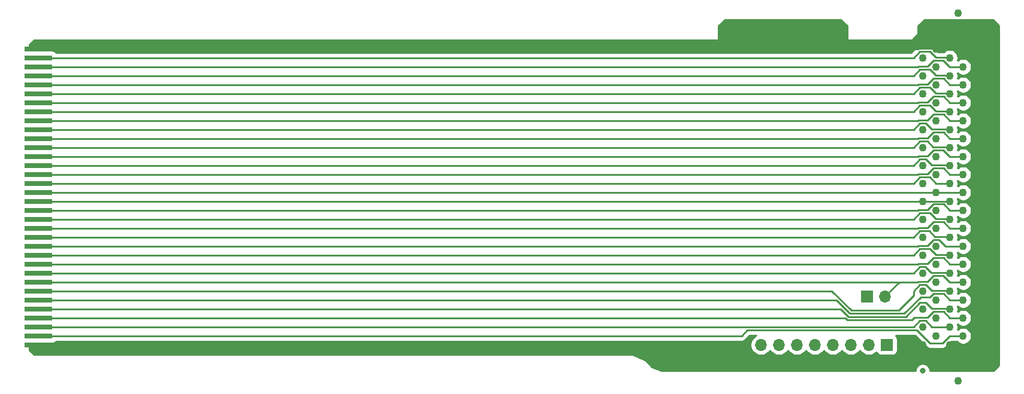
<source format=gbr>
%TF.GenerationSoftware,KiCad,Pcbnew,(5.1.10)-1*%
%TF.CreationDate,2021-12-05T17:06:37+00:00*%
%TF.ProjectId,devboard,64657662-6f61-4726-942e-6b696361645f,rev?*%
%TF.SameCoordinates,Original*%
%TF.FileFunction,Copper,L2,Bot*%
%TF.FilePolarity,Positive*%
%FSLAX46Y46*%
G04 Gerber Fmt 4.6, Leading zero omitted, Abs format (unit mm)*
G04 Created by KiCad (PCBNEW (5.1.10)-1) date 2021-12-05 17:06:37*
%MOMM*%
%LPD*%
G01*
G04 APERTURE LIST*
%TA.AperFunction,ComponentPad*%
%ADD10C,1.100000*%
%TD*%
%TA.AperFunction,ComponentPad*%
%ADD11O,1.700000X1.700000*%
%TD*%
%TA.AperFunction,ComponentPad*%
%ADD12R,1.700000X1.700000*%
%TD*%
%TA.AperFunction,SMDPad,CuDef*%
%ADD13R,4.000000X0.800000*%
%TD*%
%TA.AperFunction,ViaPad*%
%ADD14C,0.800000*%
%TD*%
%TA.AperFunction,Conductor*%
%ADD15C,0.250000*%
%TD*%
%TA.AperFunction,Conductor*%
%ADD16C,0.254000*%
%TD*%
%TA.AperFunction,Conductor*%
%ADD17C,0.100000*%
%TD*%
G04 APERTURE END LIST*
D10*
%TO.P,J2,MH2*%
%TO.N,N/C*%
X209231000Y-109347000D03*
%TO.P,J2,MH1*%
X209231000Y-57277000D03*
%TO.P,J2,68*%
%TO.N,GND*%
X209931000Y-62357000D03*
%TO.P,J2,67*%
%TO.N,/CD2*%
X208026000Y-63627000D03*
%TO.P,J2,66*%
%TO.N,/D10*%
X209931000Y-64897000D03*
%TO.P,J2,65*%
%TO.N,/D9*%
X208026000Y-66167000D03*
%TO.P,J2,64*%
%TO.N,/D8*%
X209931000Y-67437000D03*
%TO.P,J2,63*%
%TO.N,/STSHG*%
X208026000Y-68707000D03*
%TO.P,J2,62*%
%TO.N,/SPKR*%
X209931000Y-69977000D03*
%TO.P,J2,61*%
%TO.N,/REG*%
X208026000Y-71247000D03*
%TO.P,J2,60*%
%TO.N,/INPACK*%
X209931000Y-72517000D03*
%TO.P,J2,59*%
%TO.N,/WAIT*%
X208026000Y-73787000D03*
%TO.P,J2,58*%
%TO.N,/RESET*%
X209931000Y-75057000D03*
%TO.P,J2,57*%
%TO.N,/VS2*%
X208026000Y-76327000D03*
%TO.P,J2,56*%
%TO.N,/A25*%
X209931000Y-77597000D03*
%TO.P,J2,55*%
%TO.N,/A24*%
X208026000Y-78867000D03*
%TO.P,J2,54*%
%TO.N,/A23*%
X209931000Y-80137000D03*
%TO.P,J2,53*%
%TO.N,/A22*%
X208026000Y-81407000D03*
%TO.P,J2,52*%
%TO.N,/VPP*%
X209931000Y-82677000D03*
%TO.P,J2,51*%
%TO.N,/VCC*%
X208026000Y-83947000D03*
%TO.P,J2,50*%
%TO.N,/A21*%
X209931000Y-85217000D03*
%TO.P,J2,49*%
%TO.N,/A20*%
X208026000Y-86487000D03*
%TO.P,J2,48*%
%TO.N,/A19*%
X209931000Y-87757000D03*
%TO.P,J2,47*%
%TO.N,/A18*%
X208026000Y-89027000D03*
%TO.P,J2,46*%
%TO.N,/A17*%
X209931000Y-90297000D03*
%TO.P,J2,45*%
%TO.N,/IOWR*%
X208026000Y-91567000D03*
%TO.P,J2,44*%
%TO.N,/IORD*%
X209931000Y-92837000D03*
%TO.P,J2,43*%
%TO.N,/VS1*%
X208026000Y-94107000D03*
%TO.P,J2,42*%
%TO.N,/CE2*%
X209931000Y-95377000D03*
%TO.P,J2,41*%
%TO.N,/D15*%
X208026000Y-96647000D03*
%TO.P,J2,40*%
%TO.N,/D14*%
X209931000Y-97917000D03*
%TO.P,J2,39*%
%TO.N,/D13*%
X208026000Y-99187000D03*
%TO.P,J2,38*%
%TO.N,/D12*%
X209931000Y-100457000D03*
%TO.P,J2,37*%
%TO.N,/D11*%
X208026000Y-101727000D03*
%TO.P,J2,36*%
%TO.N,/CD1*%
X209931000Y-102997000D03*
%TO.P,J2,35*%
%TO.N,GND*%
X208026000Y-104267000D03*
%TO.P,J2,34*%
X206122000Y-62357000D03*
%TO.P,J2,33*%
%TO.N,/IOIS16*%
X204216000Y-63627000D03*
%TO.P,J2,32*%
%TO.N,/D2*%
X206122000Y-64897000D03*
%TO.P,J2,31*%
%TO.N,/D1*%
X204216000Y-66167000D03*
%TO.P,J2,30*%
%TO.N,/D0*%
X206122000Y-67437000D03*
%TO.P,J2,29*%
%TO.N,/A0*%
X204216000Y-68707000D03*
%TO.P,J2,28*%
%TO.N,/A1*%
X206122000Y-69977000D03*
%TO.P,J2,27*%
%TO.N,/A2*%
X204216000Y-71247000D03*
%TO.P,J2,26*%
%TO.N,/A3*%
X206122000Y-72517000D03*
%TO.P,J2,25*%
%TO.N,/A4*%
X204216000Y-73787000D03*
%TO.P,J2,24*%
%TO.N,/A5*%
X206122000Y-75057000D03*
%TO.P,J2,23*%
%TO.N,/A6*%
X204216000Y-76327000D03*
%TO.P,J2,22*%
%TO.N,/A7*%
X206122000Y-77597000D03*
%TO.P,J2,21*%
%TO.N,/A12*%
X204216000Y-78867000D03*
%TO.P,J2,20*%
%TO.N,/A15*%
X206122000Y-80137000D03*
%TO.P,J2,19*%
%TO.N,/A16*%
X204216000Y-81407000D03*
%TO.P,J2,18*%
%TO.N,/VPP*%
X206122000Y-82677000D03*
%TO.P,J2,17*%
%TO.N,/VCC*%
X204216000Y-83947000D03*
%TO.P,J2,16*%
%TO.N,/IREQ*%
X206122000Y-85217000D03*
%TO.P,J2,15*%
%TO.N,/WE*%
X204216000Y-86487000D03*
%TO.P,J2,14*%
%TO.N,/A14*%
X206122000Y-87757000D03*
%TO.P,J2,13*%
%TO.N,/A13*%
X204216000Y-89027000D03*
%TO.P,J2,12*%
%TO.N,/A8*%
X206122000Y-90297000D03*
%TO.P,J2,11*%
%TO.N,/A9*%
X204216000Y-91567000D03*
%TO.P,J2,10*%
%TO.N,/A11*%
X206122000Y-92837000D03*
%TO.P,J2,9*%
%TO.N,/OE*%
X204216000Y-94107000D03*
%TO.P,J2,8*%
%TO.N,/A10*%
X206122000Y-95377000D03*
%TO.P,J2,7*%
%TO.N,/CE1*%
X204216000Y-96647000D03*
%TO.P,J2,6*%
%TO.N,/D7*%
X206122000Y-97917000D03*
%TO.P,J2,5*%
%TO.N,/D6*%
X204216000Y-99187000D03*
%TO.P,J2,4*%
%TO.N,/D5*%
X206122000Y-100457000D03*
%TO.P,J2,3*%
%TO.N,/D4*%
X204216000Y-101727000D03*
%TO.P,J2,2*%
%TO.N,/D3*%
X206122000Y-102997000D03*
%TO.P,J2,1*%
%TO.N,GND*%
X204216000Y-104267000D03*
%TD*%
D11*
%TO.P,J7,4*%
%TO.N,GND*%
X181356000Y-59944000D03*
%TO.P,J7,3*%
X183896000Y-59944000D03*
%TO.P,J7,2*%
X186436000Y-59944000D03*
D12*
%TO.P,J7,1*%
X188976000Y-59944000D03*
%TD*%
D11*
%TO.P,J6,2*%
%TO.N,/CE2*%
X198882000Y-97409000D03*
D12*
%TO.P,J6,1*%
%TO.N,/CE1*%
X196342000Y-97409000D03*
%TD*%
D11*
%TO.P,J3,8*%
%TO.N,/D7*%
X181356000Y-104267000D03*
%TO.P,J3,7*%
%TO.N,/D6*%
X183896000Y-104267000D03*
%TO.P,J3,6*%
%TO.N,/D5*%
X186436000Y-104267000D03*
%TO.P,J3,5*%
%TO.N,/D4*%
X188976000Y-104267000D03*
%TO.P,J3,4*%
%TO.N,/D3*%
X191516000Y-104267000D03*
%TO.P,J3,3*%
%TO.N,/D2*%
X194056000Y-104267000D03*
%TO.P,J3,2*%
%TO.N,/D1*%
X196596000Y-104267000D03*
D12*
%TO.P,J3,1*%
%TO.N,/D0*%
X199136000Y-104267000D03*
%TD*%
D13*
%TO.P,J1,35*%
%TO.N,GND*%
X79280000Y-104262000D03*
%TO.P,J1,36*%
%TO.N,/CD1*%
X79280000Y-102992000D03*
%TO.P,J1,37*%
%TO.N,/D11*%
X79280000Y-101722000D03*
%TO.P,J1,38*%
%TO.N,/D12*%
X79280000Y-100452000D03*
%TO.P,J1,39*%
%TO.N,/D13*%
X79280000Y-99182000D03*
%TO.P,J1,40*%
%TO.N,/D14*%
X79280000Y-97912000D03*
%TO.P,J1,41*%
%TO.N,/D15*%
X79280000Y-96642000D03*
%TO.P,J1,42*%
%TO.N,/CE2*%
X79280000Y-95372000D03*
%TO.P,J1,43*%
%TO.N,/VS1*%
X79280000Y-94102000D03*
%TO.P,J1,44*%
%TO.N,/IORD*%
X79280000Y-92832000D03*
%TO.P,J1,45*%
%TO.N,/IOWR*%
X79280000Y-91562000D03*
%TO.P,J1,46*%
%TO.N,/A17*%
X79280000Y-90292000D03*
%TO.P,J1,47*%
%TO.N,/A18*%
X79280000Y-89022000D03*
%TO.P,J1,48*%
%TO.N,/A19*%
X79280000Y-87752000D03*
%TO.P,J1,49*%
%TO.N,/A20*%
X79280000Y-86482000D03*
%TO.P,J1,50*%
%TO.N,/A21*%
X79280000Y-85212000D03*
%TO.P,J1,51*%
%TO.N,/VCC*%
X79280000Y-83942000D03*
%TO.P,J1,52*%
%TO.N,/VPP*%
X79280000Y-82672000D03*
%TO.P,J1,53*%
%TO.N,/A22*%
X79280000Y-81402000D03*
%TO.P,J1,54*%
%TO.N,/A23*%
X79280000Y-80132000D03*
%TO.P,J1,55*%
%TO.N,/A24*%
X79280000Y-78862000D03*
%TO.P,J1,56*%
%TO.N,/A25*%
X79280000Y-77592000D03*
%TO.P,J1,57*%
%TO.N,/VS2*%
X79280000Y-76322000D03*
%TO.P,J1,58*%
%TO.N,/RESET*%
X79280000Y-75052000D03*
%TO.P,J1,59*%
%TO.N,/WAIT*%
X79280000Y-73782000D03*
%TO.P,J1,60*%
%TO.N,/INPACK*%
X79280000Y-72512000D03*
%TO.P,J1,61*%
%TO.N,/REG*%
X79280000Y-71242000D03*
%TO.P,J1,62*%
%TO.N,/SPKR*%
X79280000Y-69972000D03*
%TO.P,J1,63*%
%TO.N,/STSHG*%
X79280000Y-68702000D03*
%TO.P,J1,64*%
%TO.N,/D8*%
X79280000Y-67432000D03*
%TO.P,J1,65*%
%TO.N,/D9*%
X79280000Y-66162000D03*
%TO.P,J1,66*%
%TO.N,/D10*%
X79280000Y-64892000D03*
%TO.P,J1,67*%
%TO.N,/CD2*%
X79280000Y-63622000D03*
%TO.P,J1,68*%
%TO.N,GND*%
X79280000Y-62352000D03*
%TD*%
D14*
%TO.N,GND*%
X164211000Y-104267000D03*
X173360000Y-104262000D03*
X82677000Y-61595000D03*
X82677000Y-105156000D03*
X213741000Y-105156000D03*
X213741000Y-61595000D03*
X138811000Y-105283000D03*
X138811000Y-61722000D03*
X192786000Y-107061000D03*
%TO.N,/GND*%
X204216000Y-107950000D03*
%TO.N,GND*%
X204724000Y-59436000D03*
%TD*%
D15*
%TO.N,GND*%
X206066989Y-62301989D02*
X206122000Y-62357000D01*
X203609599Y-62301989D02*
X206066989Y-62301989D01*
X203559588Y-62352000D02*
X203609599Y-62301989D01*
X79280000Y-62352000D02*
X203559588Y-62352000D01*
X202112990Y-106370010D02*
X204216000Y-104267000D01*
X175468010Y-106370010D02*
X202112990Y-106370010D01*
X173365000Y-104267000D02*
X173487000Y-104389000D01*
X164211000Y-104267000D02*
X173365000Y-104267000D01*
X173487000Y-104389000D02*
X175468010Y-106370010D01*
X173360000Y-104262000D02*
X173360000Y-104262000D01*
X173360000Y-104262000D02*
X173487000Y-104389000D01*
X79285000Y-104267000D02*
X79280000Y-104262000D01*
X164211000Y-104267000D02*
X79285000Y-104267000D01*
%TO.N,/VCC*%
X207970989Y-83891989D02*
X208026000Y-83947000D01*
X79280000Y-83942000D02*
X81530000Y-83942000D01*
X81580011Y-83947000D02*
X207970989Y-83947000D01*
%TO.N,/VPP*%
X209926000Y-82672000D02*
X209931000Y-82677000D01*
X79280000Y-82672000D02*
X209926000Y-82672000D01*
%TO.N,/CD1*%
X208000998Y-102997000D02*
X209931000Y-102997000D01*
X205257002Y-104013000D02*
X206984998Y-104013000D01*
X203407992Y-102163990D02*
X205257002Y-104013000D01*
X179443374Y-102163990D02*
X203407992Y-102163990D01*
X206984998Y-104013000D02*
X208000998Y-102997000D01*
X178615364Y-102992000D02*
X179443374Y-102163990D01*
X79280000Y-102992000D02*
X178615364Y-102992000D01*
%TO.N,/D11*%
X176035020Y-101713980D02*
X176027000Y-101722000D01*
X202934018Y-101713980D02*
X176035020Y-101713980D01*
X204636001Y-100851999D02*
X203795999Y-100851999D01*
X205511002Y-101727000D02*
X204636001Y-100851999D01*
X203795999Y-100851999D02*
X202934018Y-101713980D01*
X208026000Y-101727000D02*
X205511002Y-101727000D01*
X79280000Y-101722000D02*
X176027000Y-101722000D01*
%TO.N,/D12*%
X208026000Y-100457000D02*
X209931000Y-100457000D01*
X205701999Y-99581999D02*
X207150999Y-99581999D01*
X204882009Y-100401989D02*
X205701999Y-99581999D01*
X202665140Y-100735040D02*
X202998191Y-100401989D01*
X207150999Y-99581999D02*
X208026000Y-100457000D01*
X202998191Y-100401989D02*
X204882009Y-100401989D01*
X193557788Y-100735040D02*
X202665140Y-100735040D01*
X193274748Y-100452000D02*
X193557788Y-100735040D01*
X79280000Y-100452000D02*
X193274748Y-100452000D01*
%TO.N,/D13*%
X205455991Y-99131989D02*
X207970989Y-99131989D01*
X204636001Y-98311999D02*
X205455991Y-99131989D01*
X201822968Y-100285030D02*
X203795999Y-98311999D01*
X207970989Y-99131989D02*
X208026000Y-99187000D01*
X193744188Y-100285030D02*
X201822968Y-100285030D01*
X192641158Y-99182000D02*
X193744188Y-100285030D01*
X203795999Y-98311999D02*
X204636001Y-98311999D01*
X79280000Y-99182000D02*
X192641158Y-99182000D01*
%TO.N,/D14*%
X208026000Y-97917000D02*
X209931000Y-97917000D01*
X205219999Y-97523999D02*
X205701999Y-97041999D01*
X205701999Y-97041999D02*
X207150999Y-97041999D01*
X203947589Y-97523999D02*
X205219999Y-97523999D01*
X79121000Y-97917000D02*
X192012568Y-97917000D01*
X207150999Y-97041999D02*
X208026000Y-97917000D01*
X201636568Y-99835020D02*
X203947589Y-97523999D01*
X79280000Y-97912000D02*
X79330011Y-97861989D01*
X194677980Y-99835020D02*
X193930588Y-99835020D01*
X193930588Y-99835020D02*
X192012568Y-97917000D01*
X194194610Y-99835020D02*
X194677980Y-99835020D01*
X194677980Y-99835020D02*
X201636568Y-99835020D01*
%TO.N,/D15*%
X191384000Y-96642000D02*
X79280000Y-96642000D01*
X191384000Y-96652022D02*
X191384000Y-96642000D01*
X202925998Y-96642000D02*
X202925998Y-97253638D01*
X203795999Y-95771999D02*
X202925998Y-96642000D01*
X202925998Y-97253638D02*
X200794626Y-99385010D01*
X204636001Y-95771999D02*
X203795999Y-95771999D01*
X205455991Y-96591989D02*
X204636001Y-95771999D01*
X200794626Y-99385010D02*
X194116988Y-99385010D01*
X207970989Y-96591989D02*
X205455991Y-96591989D01*
X194116988Y-99385010D02*
X191384000Y-96652022D01*
X208026000Y-96647000D02*
X207970989Y-96591989D01*
%TO.N,/CE2*%
X79280000Y-95372000D02*
X81530000Y-95372000D01*
X198826990Y-97464010D02*
X200914000Y-95377000D01*
X208661000Y-95377000D02*
X209931000Y-95377000D01*
X207125997Y-94501999D02*
X208000998Y-95377000D01*
X208000998Y-95377000D02*
X208661000Y-95377000D01*
X205742979Y-94501999D02*
X207125997Y-94501999D01*
X204922989Y-95321989D02*
X205742979Y-94501999D01*
X203609599Y-95321989D02*
X204922989Y-95321989D01*
X203554588Y-95377000D02*
X203609599Y-95321989D01*
X81580010Y-95377000D02*
X203554588Y-95377000D01*
%TO.N,/VS1*%
X207970990Y-94051990D02*
X208026000Y-94107000D01*
X205416991Y-94051990D02*
X207970990Y-94051990D01*
X204597000Y-93231999D02*
X205416991Y-94051990D01*
X203795999Y-93231999D02*
X204597000Y-93231999D01*
X202925998Y-94102000D02*
X203795999Y-93231999D01*
X79280000Y-94102000D02*
X202925998Y-94102000D01*
%TO.N,/IORD*%
X208026000Y-92837000D02*
X209931000Y-92837000D01*
X204882009Y-92781989D02*
X205701999Y-91961999D01*
X207150999Y-91961999D02*
X208026000Y-92837000D01*
X205701999Y-91961999D02*
X207150999Y-91961999D01*
X79280000Y-92832000D02*
X81530000Y-92832000D01*
X203609599Y-92781989D02*
X204882009Y-92781989D01*
X203554588Y-92837000D02*
X203609599Y-92781989D01*
X202438000Y-92837000D02*
X203554588Y-92837000D01*
X81580011Y-92837000D02*
X202438000Y-92837000D01*
%TO.N,/IOWR*%
X79280000Y-91562000D02*
X202925998Y-91562000D01*
X206066989Y-91511989D02*
X207970989Y-91511989D01*
X202925998Y-91562000D02*
X203795999Y-90691999D01*
X203795999Y-90691999D02*
X205246999Y-90691999D01*
X205246999Y-90691999D02*
X206066989Y-91511989D01*
X207970989Y-91511989D02*
X208026000Y-91567000D01*
%TO.N,/A17*%
X206542001Y-89421999D02*
X207417002Y-90297000D01*
X205701999Y-89421999D02*
X206542001Y-89421999D01*
X207417002Y-90297000D02*
X209931000Y-90297000D01*
X204882009Y-90241989D02*
X205701999Y-89421999D01*
X79280000Y-90292000D02*
X81530000Y-90292000D01*
X203609599Y-90241989D02*
X204882009Y-90241989D01*
X203554588Y-90297000D02*
X203609599Y-90241989D01*
X202184000Y-90297000D02*
X203554588Y-90297000D01*
X81580011Y-90297000D02*
X202184000Y-90297000D01*
%TO.N,/A18*%
X79280000Y-89022000D02*
X202925998Y-89022000D01*
X202925998Y-89022000D02*
X203795999Y-88151999D01*
X207970989Y-88971989D02*
X208026000Y-89027000D01*
X205938989Y-88971989D02*
X207970989Y-88971989D01*
X205118999Y-88151999D02*
X205938989Y-88971989D01*
X203795999Y-88151999D02*
X205118999Y-88151999D01*
%TO.N,/A19*%
X79280000Y-87752000D02*
X79330011Y-87701989D01*
X208026000Y-87757000D02*
X209931000Y-87757000D01*
X205701999Y-86881999D02*
X207150999Y-86881999D01*
X207150999Y-86881999D02*
X208026000Y-87757000D01*
X204882009Y-87701989D02*
X205701999Y-86881999D01*
X203609599Y-87701989D02*
X204882009Y-87701989D01*
X203559588Y-87752000D02*
X203609599Y-87701989D01*
X79375000Y-87752000D02*
X203559588Y-87752000D01*
%TO.N,/A20*%
X206041987Y-86431989D02*
X207970989Y-86431989D01*
X205221997Y-85611999D02*
X206041987Y-86431989D01*
X203795999Y-85611999D02*
X205221997Y-85611999D01*
X207970989Y-86431989D02*
X208026000Y-86487000D01*
X202925998Y-86482000D02*
X203795999Y-85611999D01*
X79280000Y-86482000D02*
X202925998Y-86482000D01*
%TO.N,/A21*%
X208026000Y-85217000D02*
X209931000Y-85217000D01*
X207150999Y-84341999D02*
X208026000Y-85217000D01*
X204882009Y-85161989D02*
X205701999Y-84341999D01*
X205701999Y-84341999D02*
X207150999Y-84341999D01*
X203559588Y-85212000D02*
X203609599Y-85161989D01*
X203609599Y-85161989D02*
X204882009Y-85161989D01*
X79280000Y-85212000D02*
X203559588Y-85212000D01*
%TO.N,/A22*%
X206122000Y-81407000D02*
X208026000Y-81407000D01*
X205246999Y-80531999D02*
X206122000Y-81407000D01*
X203795999Y-80531999D02*
X205246999Y-80531999D01*
X202925998Y-81402000D02*
X203795999Y-80531999D01*
X79280000Y-81402000D02*
X202925998Y-81402000D01*
%TO.N,/A23*%
X81530000Y-80132000D02*
X79280000Y-80132000D01*
X81652000Y-80137000D02*
X82296000Y-80137000D01*
X79285000Y-80137000D02*
X79280000Y-80132000D01*
X82296000Y-80137000D02*
X79285000Y-80137000D01*
X208026000Y-80137000D02*
X209931000Y-80137000D01*
X207150999Y-79261999D02*
X208026000Y-80137000D01*
X204882009Y-80081989D02*
X205701999Y-79261999D01*
X203609599Y-80081989D02*
X204882009Y-80081989D01*
X205701999Y-79261999D02*
X207150999Y-79261999D01*
X203554588Y-80137000D02*
X203609599Y-80081989D01*
X82296000Y-80137000D02*
X203554588Y-80137000D01*
%TO.N,/A24*%
X207970990Y-78811990D02*
X208026000Y-78867000D01*
X204636001Y-77991999D02*
X205455992Y-78811990D01*
X203795999Y-77991999D02*
X204636001Y-77991999D01*
X205455992Y-78811990D02*
X207970990Y-78811990D01*
X202925998Y-78862000D02*
X203795999Y-77991999D01*
X79280000Y-78862000D02*
X202925998Y-78862000D01*
%TO.N,/A25*%
X207111998Y-76708000D02*
X208000998Y-77597000D01*
X205741000Y-76708000D02*
X207111998Y-76708000D01*
X208000998Y-77597000D02*
X209931000Y-77597000D01*
X204907011Y-77541989D02*
X205741000Y-76708000D01*
X203609599Y-77541989D02*
X204907011Y-77541989D01*
X203559588Y-77592000D02*
X203609599Y-77541989D01*
X79280000Y-77592000D02*
X203559588Y-77592000D01*
%TO.N,/VS2*%
X207956990Y-76257990D02*
X208026000Y-76327000D01*
X204864999Y-75451999D02*
X205670990Y-76257990D01*
X205670990Y-76257990D02*
X207956990Y-76257990D01*
X203795999Y-75451999D02*
X204864999Y-75451999D01*
X202925998Y-76322000D02*
X203795999Y-75451999D01*
X79280000Y-76322000D02*
X202925998Y-76322000D01*
%TO.N,/RESET*%
X208026000Y-75057000D02*
X209931000Y-75057000D01*
X207150999Y-74181999D02*
X208026000Y-75057000D01*
X205701999Y-74181999D02*
X207150999Y-74181999D01*
X204882009Y-75001989D02*
X205701999Y-74181999D01*
X79280000Y-75052000D02*
X79330011Y-75001989D01*
X204882009Y-75001989D02*
X205600999Y-74282999D01*
X203609599Y-75001989D02*
X204882009Y-75001989D01*
X203554588Y-75057000D02*
X203609599Y-75001989D01*
X202946000Y-75057000D02*
X203554588Y-75057000D01*
X79330011Y-75057000D02*
X202946000Y-75057000D01*
%TO.N,/WAIT*%
X207970989Y-73731989D02*
X208026000Y-73787000D01*
X205455991Y-73731989D02*
X207970989Y-73731989D01*
X204636001Y-72911999D02*
X205455991Y-73731989D01*
X203795999Y-72911999D02*
X204636001Y-72911999D01*
X202925998Y-73782000D02*
X203795999Y-72911999D01*
X79280000Y-73782000D02*
X202925998Y-73782000D01*
%TO.N,/INPACK*%
X208026000Y-72517000D02*
X209931000Y-72517000D01*
X205701999Y-71641999D02*
X207150999Y-71641999D01*
X204882009Y-72461989D02*
X205701999Y-71641999D01*
X203609599Y-72461989D02*
X204882009Y-72461989D01*
X203559588Y-72512000D02*
X203609599Y-72461989D01*
X207150999Y-71641999D02*
X208026000Y-72517000D01*
X79280000Y-72512000D02*
X203559588Y-72512000D01*
%TO.N,/REG*%
X207970989Y-71191989D02*
X208026000Y-71247000D01*
X206066989Y-71191989D02*
X207970989Y-71191989D01*
X205246999Y-70371999D02*
X206066989Y-71191989D01*
X203795999Y-70371999D02*
X205246999Y-70371999D01*
X202925998Y-71242000D02*
X203795999Y-70371999D01*
X79280000Y-71242000D02*
X202925998Y-71242000D01*
%TO.N,/SPKR*%
X208026000Y-69977000D02*
X209931000Y-69977000D01*
X207150999Y-69101999D02*
X208026000Y-69977000D01*
X205701999Y-69101999D02*
X207150999Y-69101999D01*
X204882009Y-69921989D02*
X205701999Y-69101999D01*
X203609599Y-69921989D02*
X204882009Y-69921989D01*
X203559588Y-69972000D02*
X203609599Y-69921989D01*
X79280000Y-69972000D02*
X203559588Y-69972000D01*
%TO.N,/STSHG*%
X207970989Y-68651989D02*
X208026000Y-68707000D01*
X206066989Y-68651989D02*
X207970989Y-68651989D01*
X205246999Y-67831999D02*
X206066989Y-68651989D01*
X203795999Y-67831999D02*
X205246999Y-67831999D01*
X202925998Y-68702000D02*
X203795999Y-67831999D01*
X79280000Y-68702000D02*
X202925998Y-68702000D01*
%TO.N,/D8*%
X208026000Y-67437000D02*
X209931000Y-67437000D01*
X207150999Y-66561999D02*
X208026000Y-67437000D01*
X205701999Y-66561999D02*
X207150999Y-66561999D01*
X204882009Y-67381989D02*
X205701999Y-66561999D01*
X203609599Y-67381989D02*
X204882009Y-67381989D01*
X203559588Y-67432000D02*
X203609599Y-67381989D01*
X79280000Y-67432000D02*
X203559588Y-67432000D01*
%TO.N,/D9*%
X207970989Y-66111989D02*
X208026000Y-66167000D01*
X206066989Y-66111989D02*
X207970989Y-66111989D01*
X205246999Y-65291999D02*
X206066989Y-66111989D01*
X203795999Y-65291999D02*
X205246999Y-65291999D01*
X202925998Y-66162000D02*
X203795999Y-65291999D01*
X79280000Y-66162000D02*
X202925998Y-66162000D01*
%TO.N,/D10*%
X207125997Y-64021999D02*
X208000998Y-64897000D01*
X208000998Y-64897000D02*
X209931000Y-64897000D01*
X205701999Y-64021999D02*
X207125997Y-64021999D01*
X204882009Y-64841989D02*
X205701999Y-64021999D01*
X203609599Y-64841989D02*
X204882009Y-64841989D01*
X203559588Y-64892000D02*
X203609599Y-64841989D01*
X79280000Y-64892000D02*
X203559588Y-64892000D01*
%TO.N,/CD2*%
X205246999Y-62751999D02*
X206066989Y-63571989D01*
X203795999Y-62751999D02*
X205246999Y-62751999D01*
X202925998Y-63622000D02*
X203795999Y-62751999D01*
X207970989Y-63571989D02*
X208026000Y-63627000D01*
X206066989Y-63571989D02*
X207970989Y-63571989D01*
X79280000Y-63622000D02*
X202925998Y-63622000D01*
%TD*%
D16*
%TO.N,GND*%
X215011000Y-62012606D02*
X215011000Y-107151394D01*
X214237394Y-107925000D01*
X205251000Y-107925000D01*
X205251000Y-107848061D01*
X205211226Y-107648102D01*
X205133205Y-107459744D01*
X205019937Y-107290226D01*
X204875774Y-107146063D01*
X204706256Y-107032795D01*
X204517898Y-106954774D01*
X204317939Y-106915000D01*
X204114061Y-106915000D01*
X203914102Y-106954774D01*
X203725744Y-107032795D01*
X203556226Y-107146063D01*
X203412063Y-107290226D01*
X203298795Y-107459744D01*
X203220774Y-107648102D01*
X203181000Y-107848061D01*
X203181000Y-107925000D01*
X167282302Y-107925000D01*
X165988834Y-107389228D01*
X165007910Y-106408304D01*
X164988664Y-106392510D01*
X164966708Y-106380774D01*
X163259601Y-105673667D01*
X163235776Y-105666440D01*
X163211000Y-105664000D01*
X78649606Y-105664000D01*
X78003000Y-105017394D01*
X78003000Y-104030072D01*
X81280000Y-104030072D01*
X81404482Y-104017812D01*
X81524180Y-103981502D01*
X81634494Y-103922537D01*
X81731185Y-103843185D01*
X81806018Y-103752000D01*
X178578042Y-103752000D01*
X178615364Y-103755676D01*
X178652686Y-103752000D01*
X178652697Y-103752000D01*
X178764350Y-103741003D01*
X178907611Y-103697546D01*
X179039640Y-103626974D01*
X179155365Y-103532001D01*
X179179167Y-103502998D01*
X179758176Y-102923990D01*
X180717821Y-102923990D01*
X180652589Y-102951010D01*
X180409368Y-103113525D01*
X180202525Y-103320368D01*
X180040010Y-103563589D01*
X179928068Y-103833842D01*
X179871000Y-104120740D01*
X179871000Y-104413260D01*
X179928068Y-104700158D01*
X180040010Y-104970411D01*
X180202525Y-105213632D01*
X180409368Y-105420475D01*
X180652589Y-105582990D01*
X180922842Y-105694932D01*
X181209740Y-105752000D01*
X181502260Y-105752000D01*
X181789158Y-105694932D01*
X182059411Y-105582990D01*
X182302632Y-105420475D01*
X182509475Y-105213632D01*
X182626000Y-105039240D01*
X182742525Y-105213632D01*
X182949368Y-105420475D01*
X183192589Y-105582990D01*
X183462842Y-105694932D01*
X183749740Y-105752000D01*
X184042260Y-105752000D01*
X184329158Y-105694932D01*
X184599411Y-105582990D01*
X184842632Y-105420475D01*
X185049475Y-105213632D01*
X185166000Y-105039240D01*
X185282525Y-105213632D01*
X185489368Y-105420475D01*
X185732589Y-105582990D01*
X186002842Y-105694932D01*
X186289740Y-105752000D01*
X186582260Y-105752000D01*
X186869158Y-105694932D01*
X187139411Y-105582990D01*
X187382632Y-105420475D01*
X187589475Y-105213632D01*
X187706000Y-105039240D01*
X187822525Y-105213632D01*
X188029368Y-105420475D01*
X188272589Y-105582990D01*
X188542842Y-105694932D01*
X188829740Y-105752000D01*
X189122260Y-105752000D01*
X189409158Y-105694932D01*
X189679411Y-105582990D01*
X189922632Y-105420475D01*
X190129475Y-105213632D01*
X190246000Y-105039240D01*
X190362525Y-105213632D01*
X190569368Y-105420475D01*
X190812589Y-105582990D01*
X191082842Y-105694932D01*
X191369740Y-105752000D01*
X191662260Y-105752000D01*
X191949158Y-105694932D01*
X192219411Y-105582990D01*
X192462632Y-105420475D01*
X192669475Y-105213632D01*
X192786000Y-105039240D01*
X192902525Y-105213632D01*
X193109368Y-105420475D01*
X193352589Y-105582990D01*
X193622842Y-105694932D01*
X193909740Y-105752000D01*
X194202260Y-105752000D01*
X194489158Y-105694932D01*
X194759411Y-105582990D01*
X195002632Y-105420475D01*
X195209475Y-105213632D01*
X195326000Y-105039240D01*
X195442525Y-105213632D01*
X195649368Y-105420475D01*
X195892589Y-105582990D01*
X196162842Y-105694932D01*
X196449740Y-105752000D01*
X196742260Y-105752000D01*
X197029158Y-105694932D01*
X197299411Y-105582990D01*
X197542632Y-105420475D01*
X197674487Y-105288620D01*
X197696498Y-105361180D01*
X197755463Y-105471494D01*
X197834815Y-105568185D01*
X197931506Y-105647537D01*
X198041820Y-105706502D01*
X198161518Y-105742812D01*
X198286000Y-105755072D01*
X199986000Y-105755072D01*
X200110482Y-105742812D01*
X200230180Y-105706502D01*
X200340494Y-105647537D01*
X200437185Y-105568185D01*
X200516537Y-105471494D01*
X200575502Y-105361180D01*
X200611812Y-105241482D01*
X200624072Y-105117000D01*
X200624072Y-103417000D01*
X200611812Y-103292518D01*
X200575502Y-103172820D01*
X200516537Y-103062506D01*
X200437185Y-102965815D01*
X200386221Y-102923990D01*
X203093191Y-102923990D01*
X204693203Y-104524003D01*
X204717001Y-104553001D01*
X204745999Y-104576799D01*
X204832725Y-104647974D01*
X204930354Y-104700158D01*
X204964755Y-104718546D01*
X205108016Y-104762003D01*
X205219669Y-104773000D01*
X205219679Y-104773000D01*
X205257001Y-104776676D01*
X205294324Y-104773000D01*
X206947676Y-104773000D01*
X206984998Y-104776676D01*
X207022320Y-104773000D01*
X207022331Y-104773000D01*
X207133984Y-104762003D01*
X207277245Y-104718546D01*
X207409274Y-104647974D01*
X207524999Y-104553001D01*
X207548802Y-104523998D01*
X208315800Y-103757000D01*
X209015156Y-103757000D01*
X209175606Y-103917450D01*
X209369692Y-104047134D01*
X209585348Y-104136461D01*
X209814288Y-104182000D01*
X210047712Y-104182000D01*
X210276652Y-104136461D01*
X210492308Y-104047134D01*
X210686394Y-103917450D01*
X210851450Y-103752394D01*
X210981134Y-103558308D01*
X211070461Y-103342652D01*
X211116000Y-103113712D01*
X211116000Y-102880288D01*
X211070461Y-102651348D01*
X210981134Y-102435692D01*
X210851450Y-102241606D01*
X210686394Y-102076550D01*
X210492308Y-101946866D01*
X210276652Y-101857539D01*
X210047712Y-101812000D01*
X209814288Y-101812000D01*
X209585348Y-101857539D01*
X209369692Y-101946866D01*
X209175606Y-102076550D01*
X209155531Y-102096625D01*
X209165461Y-102072652D01*
X209211000Y-101843712D01*
X209211000Y-101610288D01*
X209165461Y-101381348D01*
X209155531Y-101357375D01*
X209175606Y-101377450D01*
X209369692Y-101507134D01*
X209585348Y-101596461D01*
X209814288Y-101642000D01*
X210047712Y-101642000D01*
X210276652Y-101596461D01*
X210492308Y-101507134D01*
X210686394Y-101377450D01*
X210851450Y-101212394D01*
X210981134Y-101018308D01*
X211070461Y-100802652D01*
X211116000Y-100573712D01*
X211116000Y-100340288D01*
X211070461Y-100111348D01*
X210981134Y-99895692D01*
X210851450Y-99701606D01*
X210686394Y-99536550D01*
X210492308Y-99406866D01*
X210276652Y-99317539D01*
X210047712Y-99272000D01*
X209814288Y-99272000D01*
X209585348Y-99317539D01*
X209369692Y-99406866D01*
X209175606Y-99536550D01*
X209155531Y-99556625D01*
X209165461Y-99532652D01*
X209211000Y-99303712D01*
X209211000Y-99070288D01*
X209165461Y-98841348D01*
X209155531Y-98817375D01*
X209175606Y-98837450D01*
X209369692Y-98967134D01*
X209585348Y-99056461D01*
X209814288Y-99102000D01*
X210047712Y-99102000D01*
X210276652Y-99056461D01*
X210492308Y-98967134D01*
X210686394Y-98837450D01*
X210851450Y-98672394D01*
X210981134Y-98478308D01*
X211070461Y-98262652D01*
X211116000Y-98033712D01*
X211116000Y-97800288D01*
X211070461Y-97571348D01*
X210981134Y-97355692D01*
X210851450Y-97161606D01*
X210686394Y-96996550D01*
X210492308Y-96866866D01*
X210276652Y-96777539D01*
X210047712Y-96732000D01*
X209814288Y-96732000D01*
X209585348Y-96777539D01*
X209369692Y-96866866D01*
X209175606Y-96996550D01*
X209155531Y-97016625D01*
X209165461Y-96992652D01*
X209211000Y-96763712D01*
X209211000Y-96530288D01*
X209165461Y-96301348D01*
X209155531Y-96277375D01*
X209175606Y-96297450D01*
X209369692Y-96427134D01*
X209585348Y-96516461D01*
X209814288Y-96562000D01*
X210047712Y-96562000D01*
X210276652Y-96516461D01*
X210492308Y-96427134D01*
X210686394Y-96297450D01*
X210851450Y-96132394D01*
X210981134Y-95938308D01*
X211070461Y-95722652D01*
X211116000Y-95493712D01*
X211116000Y-95260288D01*
X211070461Y-95031348D01*
X210981134Y-94815692D01*
X210851450Y-94621606D01*
X210686394Y-94456550D01*
X210492308Y-94326866D01*
X210276652Y-94237539D01*
X210047712Y-94192000D01*
X209814288Y-94192000D01*
X209585348Y-94237539D01*
X209369692Y-94326866D01*
X209175606Y-94456550D01*
X209155531Y-94476625D01*
X209165461Y-94452652D01*
X209211000Y-94223712D01*
X209211000Y-93990288D01*
X209165461Y-93761348D01*
X209155531Y-93737375D01*
X209175606Y-93757450D01*
X209369692Y-93887134D01*
X209585348Y-93976461D01*
X209814288Y-94022000D01*
X210047712Y-94022000D01*
X210276652Y-93976461D01*
X210492308Y-93887134D01*
X210686394Y-93757450D01*
X210851450Y-93592394D01*
X210981134Y-93398308D01*
X211070461Y-93182652D01*
X211116000Y-92953712D01*
X211116000Y-92720288D01*
X211070461Y-92491348D01*
X210981134Y-92275692D01*
X210851450Y-92081606D01*
X210686394Y-91916550D01*
X210492308Y-91786866D01*
X210276652Y-91697539D01*
X210047712Y-91652000D01*
X209814288Y-91652000D01*
X209585348Y-91697539D01*
X209369692Y-91786866D01*
X209175606Y-91916550D01*
X209155531Y-91936625D01*
X209165461Y-91912652D01*
X209211000Y-91683712D01*
X209211000Y-91450288D01*
X209165461Y-91221348D01*
X209155531Y-91197375D01*
X209175606Y-91217450D01*
X209369692Y-91347134D01*
X209585348Y-91436461D01*
X209814288Y-91482000D01*
X210047712Y-91482000D01*
X210276652Y-91436461D01*
X210492308Y-91347134D01*
X210686394Y-91217450D01*
X210851450Y-91052394D01*
X210981134Y-90858308D01*
X211070461Y-90642652D01*
X211116000Y-90413712D01*
X211116000Y-90180288D01*
X211070461Y-89951348D01*
X210981134Y-89735692D01*
X210851450Y-89541606D01*
X210686394Y-89376550D01*
X210492308Y-89246866D01*
X210276652Y-89157539D01*
X210047712Y-89112000D01*
X209814288Y-89112000D01*
X209585348Y-89157539D01*
X209369692Y-89246866D01*
X209175606Y-89376550D01*
X209155531Y-89396625D01*
X209165461Y-89372652D01*
X209211000Y-89143712D01*
X209211000Y-88910288D01*
X209165461Y-88681348D01*
X209155531Y-88657375D01*
X209175606Y-88677450D01*
X209369692Y-88807134D01*
X209585348Y-88896461D01*
X209814288Y-88942000D01*
X210047712Y-88942000D01*
X210276652Y-88896461D01*
X210492308Y-88807134D01*
X210686394Y-88677450D01*
X210851450Y-88512394D01*
X210981134Y-88318308D01*
X211070461Y-88102652D01*
X211116000Y-87873712D01*
X211116000Y-87640288D01*
X211070461Y-87411348D01*
X210981134Y-87195692D01*
X210851450Y-87001606D01*
X210686394Y-86836550D01*
X210492308Y-86706866D01*
X210276652Y-86617539D01*
X210047712Y-86572000D01*
X209814288Y-86572000D01*
X209585348Y-86617539D01*
X209369692Y-86706866D01*
X209175606Y-86836550D01*
X209155531Y-86856625D01*
X209165461Y-86832652D01*
X209211000Y-86603712D01*
X209211000Y-86370288D01*
X209165461Y-86141348D01*
X209155531Y-86117375D01*
X209175606Y-86137450D01*
X209369692Y-86267134D01*
X209585348Y-86356461D01*
X209814288Y-86402000D01*
X210047712Y-86402000D01*
X210276652Y-86356461D01*
X210492308Y-86267134D01*
X210686394Y-86137450D01*
X210851450Y-85972394D01*
X210981134Y-85778308D01*
X211070461Y-85562652D01*
X211116000Y-85333712D01*
X211116000Y-85100288D01*
X211070461Y-84871348D01*
X210981134Y-84655692D01*
X210851450Y-84461606D01*
X210686394Y-84296550D01*
X210492308Y-84166866D01*
X210276652Y-84077539D01*
X210047712Y-84032000D01*
X209814288Y-84032000D01*
X209585348Y-84077539D01*
X209369692Y-84166866D01*
X209175606Y-84296550D01*
X209155531Y-84316625D01*
X209165461Y-84292652D01*
X209211000Y-84063712D01*
X209211000Y-83830288D01*
X209165461Y-83601348D01*
X209155531Y-83577375D01*
X209175606Y-83597450D01*
X209369692Y-83727134D01*
X209585348Y-83816461D01*
X209814288Y-83862000D01*
X210047712Y-83862000D01*
X210276652Y-83816461D01*
X210492308Y-83727134D01*
X210686394Y-83597450D01*
X210851450Y-83432394D01*
X210981134Y-83238308D01*
X211070461Y-83022652D01*
X211116000Y-82793712D01*
X211116000Y-82560288D01*
X211070461Y-82331348D01*
X210981134Y-82115692D01*
X210851450Y-81921606D01*
X210686394Y-81756550D01*
X210492308Y-81626866D01*
X210276652Y-81537539D01*
X210047712Y-81492000D01*
X209814288Y-81492000D01*
X209585348Y-81537539D01*
X209369692Y-81626866D01*
X209175606Y-81756550D01*
X209155531Y-81776625D01*
X209165461Y-81752652D01*
X209211000Y-81523712D01*
X209211000Y-81290288D01*
X209165461Y-81061348D01*
X209155531Y-81037375D01*
X209175606Y-81057450D01*
X209369692Y-81187134D01*
X209585348Y-81276461D01*
X209814288Y-81322000D01*
X210047712Y-81322000D01*
X210276652Y-81276461D01*
X210492308Y-81187134D01*
X210686394Y-81057450D01*
X210851450Y-80892394D01*
X210981134Y-80698308D01*
X211070461Y-80482652D01*
X211116000Y-80253712D01*
X211116000Y-80020288D01*
X211070461Y-79791348D01*
X210981134Y-79575692D01*
X210851450Y-79381606D01*
X210686394Y-79216550D01*
X210492308Y-79086866D01*
X210276652Y-78997539D01*
X210047712Y-78952000D01*
X209814288Y-78952000D01*
X209585348Y-78997539D01*
X209369692Y-79086866D01*
X209175606Y-79216550D01*
X209155531Y-79236625D01*
X209165461Y-79212652D01*
X209211000Y-78983712D01*
X209211000Y-78750288D01*
X209165461Y-78521348D01*
X209155531Y-78497375D01*
X209175606Y-78517450D01*
X209369692Y-78647134D01*
X209585348Y-78736461D01*
X209814288Y-78782000D01*
X210047712Y-78782000D01*
X210276652Y-78736461D01*
X210492308Y-78647134D01*
X210686394Y-78517450D01*
X210851450Y-78352394D01*
X210981134Y-78158308D01*
X211070461Y-77942652D01*
X211116000Y-77713712D01*
X211116000Y-77480288D01*
X211070461Y-77251348D01*
X210981134Y-77035692D01*
X210851450Y-76841606D01*
X210686394Y-76676550D01*
X210492308Y-76546866D01*
X210276652Y-76457539D01*
X210047712Y-76412000D01*
X209814288Y-76412000D01*
X209585348Y-76457539D01*
X209369692Y-76546866D01*
X209175606Y-76676550D01*
X209155531Y-76696625D01*
X209165461Y-76672652D01*
X209211000Y-76443712D01*
X209211000Y-76210288D01*
X209165461Y-75981348D01*
X209155531Y-75957375D01*
X209175606Y-75977450D01*
X209369692Y-76107134D01*
X209585348Y-76196461D01*
X209814288Y-76242000D01*
X210047712Y-76242000D01*
X210276652Y-76196461D01*
X210492308Y-76107134D01*
X210686394Y-75977450D01*
X210851450Y-75812394D01*
X210981134Y-75618308D01*
X211070461Y-75402652D01*
X211116000Y-75173712D01*
X211116000Y-74940288D01*
X211070461Y-74711348D01*
X210981134Y-74495692D01*
X210851450Y-74301606D01*
X210686394Y-74136550D01*
X210492308Y-74006866D01*
X210276652Y-73917539D01*
X210047712Y-73872000D01*
X209814288Y-73872000D01*
X209585348Y-73917539D01*
X209369692Y-74006866D01*
X209175606Y-74136550D01*
X209155531Y-74156625D01*
X209165461Y-74132652D01*
X209211000Y-73903712D01*
X209211000Y-73670288D01*
X209165461Y-73441348D01*
X209155531Y-73417375D01*
X209175606Y-73437450D01*
X209369692Y-73567134D01*
X209585348Y-73656461D01*
X209814288Y-73702000D01*
X210047712Y-73702000D01*
X210276652Y-73656461D01*
X210492308Y-73567134D01*
X210686394Y-73437450D01*
X210851450Y-73272394D01*
X210981134Y-73078308D01*
X211070461Y-72862652D01*
X211116000Y-72633712D01*
X211116000Y-72400288D01*
X211070461Y-72171348D01*
X210981134Y-71955692D01*
X210851450Y-71761606D01*
X210686394Y-71596550D01*
X210492308Y-71466866D01*
X210276652Y-71377539D01*
X210047712Y-71332000D01*
X209814288Y-71332000D01*
X209585348Y-71377539D01*
X209369692Y-71466866D01*
X209175606Y-71596550D01*
X209155531Y-71616625D01*
X209165461Y-71592652D01*
X209211000Y-71363712D01*
X209211000Y-71130288D01*
X209165461Y-70901348D01*
X209155531Y-70877375D01*
X209175606Y-70897450D01*
X209369692Y-71027134D01*
X209585348Y-71116461D01*
X209814288Y-71162000D01*
X210047712Y-71162000D01*
X210276652Y-71116461D01*
X210492308Y-71027134D01*
X210686394Y-70897450D01*
X210851450Y-70732394D01*
X210981134Y-70538308D01*
X211070461Y-70322652D01*
X211116000Y-70093712D01*
X211116000Y-69860288D01*
X211070461Y-69631348D01*
X210981134Y-69415692D01*
X210851450Y-69221606D01*
X210686394Y-69056550D01*
X210492308Y-68926866D01*
X210276652Y-68837539D01*
X210047712Y-68792000D01*
X209814288Y-68792000D01*
X209585348Y-68837539D01*
X209369692Y-68926866D01*
X209175606Y-69056550D01*
X209155531Y-69076625D01*
X209165461Y-69052652D01*
X209211000Y-68823712D01*
X209211000Y-68590288D01*
X209165461Y-68361348D01*
X209155531Y-68337375D01*
X209175606Y-68357450D01*
X209369692Y-68487134D01*
X209585348Y-68576461D01*
X209814288Y-68622000D01*
X210047712Y-68622000D01*
X210276652Y-68576461D01*
X210492308Y-68487134D01*
X210686394Y-68357450D01*
X210851450Y-68192394D01*
X210981134Y-67998308D01*
X211070461Y-67782652D01*
X211116000Y-67553712D01*
X211116000Y-67320288D01*
X211070461Y-67091348D01*
X210981134Y-66875692D01*
X210851450Y-66681606D01*
X210686394Y-66516550D01*
X210492308Y-66386866D01*
X210276652Y-66297539D01*
X210047712Y-66252000D01*
X209814288Y-66252000D01*
X209585348Y-66297539D01*
X209369692Y-66386866D01*
X209175606Y-66516550D01*
X209155531Y-66536625D01*
X209165461Y-66512652D01*
X209211000Y-66283712D01*
X209211000Y-66050288D01*
X209165461Y-65821348D01*
X209155531Y-65797375D01*
X209175606Y-65817450D01*
X209369692Y-65947134D01*
X209585348Y-66036461D01*
X209814288Y-66082000D01*
X210047712Y-66082000D01*
X210276652Y-66036461D01*
X210492308Y-65947134D01*
X210686394Y-65817450D01*
X210851450Y-65652394D01*
X210981134Y-65458308D01*
X211070461Y-65242652D01*
X211116000Y-65013712D01*
X211116000Y-64780288D01*
X211070461Y-64551348D01*
X210981134Y-64335692D01*
X210851450Y-64141606D01*
X210686394Y-63976550D01*
X210492308Y-63846866D01*
X210276652Y-63757539D01*
X210047712Y-63712000D01*
X209814288Y-63712000D01*
X209585348Y-63757539D01*
X209369692Y-63846866D01*
X209175606Y-63976550D01*
X209155531Y-63996625D01*
X209165461Y-63972652D01*
X209211000Y-63743712D01*
X209211000Y-63510288D01*
X209165461Y-63281348D01*
X209076134Y-63065692D01*
X208946450Y-62871606D01*
X208781394Y-62706550D01*
X208587308Y-62576866D01*
X208371652Y-62487539D01*
X208142712Y-62442000D01*
X207909288Y-62442000D01*
X207680348Y-62487539D01*
X207464692Y-62576866D01*
X207270606Y-62706550D01*
X207165167Y-62811989D01*
X206381791Y-62811989D01*
X205810802Y-62241001D01*
X205787000Y-62211998D01*
X205671275Y-62117025D01*
X205539246Y-62046453D01*
X205395985Y-62002996D01*
X205284332Y-61991999D01*
X205284321Y-61991999D01*
X205246999Y-61988323D01*
X205209677Y-61991999D01*
X203833321Y-61991999D01*
X203795998Y-61988323D01*
X203758675Y-61991999D01*
X203758666Y-61991999D01*
X203647013Y-62002996D01*
X203503752Y-62046453D01*
X203371723Y-62117025D01*
X203255998Y-62211998D01*
X203232200Y-62240996D01*
X202611197Y-62862000D01*
X81806018Y-62862000D01*
X81731185Y-62770815D01*
X81634494Y-62691463D01*
X81524180Y-62632498D01*
X81404482Y-62596188D01*
X81280000Y-62583928D01*
X78003000Y-62583928D01*
X78003000Y-61733606D01*
X78649606Y-61087000D01*
X214085394Y-61087000D01*
X215011000Y-62012606D01*
%TA.AperFunction,Conductor*%
D17*
G36*
X215011000Y-62012606D02*
G01*
X215011000Y-107151394D01*
X214237394Y-107925000D01*
X205251000Y-107925000D01*
X205251000Y-107848061D01*
X205211226Y-107648102D01*
X205133205Y-107459744D01*
X205019937Y-107290226D01*
X204875774Y-107146063D01*
X204706256Y-107032795D01*
X204517898Y-106954774D01*
X204317939Y-106915000D01*
X204114061Y-106915000D01*
X203914102Y-106954774D01*
X203725744Y-107032795D01*
X203556226Y-107146063D01*
X203412063Y-107290226D01*
X203298795Y-107459744D01*
X203220774Y-107648102D01*
X203181000Y-107848061D01*
X203181000Y-107925000D01*
X167282302Y-107925000D01*
X165988834Y-107389228D01*
X165007910Y-106408304D01*
X164988664Y-106392510D01*
X164966708Y-106380774D01*
X163259601Y-105673667D01*
X163235776Y-105666440D01*
X163211000Y-105664000D01*
X78649606Y-105664000D01*
X78003000Y-105017394D01*
X78003000Y-104030072D01*
X81280000Y-104030072D01*
X81404482Y-104017812D01*
X81524180Y-103981502D01*
X81634494Y-103922537D01*
X81731185Y-103843185D01*
X81806018Y-103752000D01*
X178578042Y-103752000D01*
X178615364Y-103755676D01*
X178652686Y-103752000D01*
X178652697Y-103752000D01*
X178764350Y-103741003D01*
X178907611Y-103697546D01*
X179039640Y-103626974D01*
X179155365Y-103532001D01*
X179179167Y-103502998D01*
X179758176Y-102923990D01*
X180717821Y-102923990D01*
X180652589Y-102951010D01*
X180409368Y-103113525D01*
X180202525Y-103320368D01*
X180040010Y-103563589D01*
X179928068Y-103833842D01*
X179871000Y-104120740D01*
X179871000Y-104413260D01*
X179928068Y-104700158D01*
X180040010Y-104970411D01*
X180202525Y-105213632D01*
X180409368Y-105420475D01*
X180652589Y-105582990D01*
X180922842Y-105694932D01*
X181209740Y-105752000D01*
X181502260Y-105752000D01*
X181789158Y-105694932D01*
X182059411Y-105582990D01*
X182302632Y-105420475D01*
X182509475Y-105213632D01*
X182626000Y-105039240D01*
X182742525Y-105213632D01*
X182949368Y-105420475D01*
X183192589Y-105582990D01*
X183462842Y-105694932D01*
X183749740Y-105752000D01*
X184042260Y-105752000D01*
X184329158Y-105694932D01*
X184599411Y-105582990D01*
X184842632Y-105420475D01*
X185049475Y-105213632D01*
X185166000Y-105039240D01*
X185282525Y-105213632D01*
X185489368Y-105420475D01*
X185732589Y-105582990D01*
X186002842Y-105694932D01*
X186289740Y-105752000D01*
X186582260Y-105752000D01*
X186869158Y-105694932D01*
X187139411Y-105582990D01*
X187382632Y-105420475D01*
X187589475Y-105213632D01*
X187706000Y-105039240D01*
X187822525Y-105213632D01*
X188029368Y-105420475D01*
X188272589Y-105582990D01*
X188542842Y-105694932D01*
X188829740Y-105752000D01*
X189122260Y-105752000D01*
X189409158Y-105694932D01*
X189679411Y-105582990D01*
X189922632Y-105420475D01*
X190129475Y-105213632D01*
X190246000Y-105039240D01*
X190362525Y-105213632D01*
X190569368Y-105420475D01*
X190812589Y-105582990D01*
X191082842Y-105694932D01*
X191369740Y-105752000D01*
X191662260Y-105752000D01*
X191949158Y-105694932D01*
X192219411Y-105582990D01*
X192462632Y-105420475D01*
X192669475Y-105213632D01*
X192786000Y-105039240D01*
X192902525Y-105213632D01*
X193109368Y-105420475D01*
X193352589Y-105582990D01*
X193622842Y-105694932D01*
X193909740Y-105752000D01*
X194202260Y-105752000D01*
X194489158Y-105694932D01*
X194759411Y-105582990D01*
X195002632Y-105420475D01*
X195209475Y-105213632D01*
X195326000Y-105039240D01*
X195442525Y-105213632D01*
X195649368Y-105420475D01*
X195892589Y-105582990D01*
X196162842Y-105694932D01*
X196449740Y-105752000D01*
X196742260Y-105752000D01*
X197029158Y-105694932D01*
X197299411Y-105582990D01*
X197542632Y-105420475D01*
X197674487Y-105288620D01*
X197696498Y-105361180D01*
X197755463Y-105471494D01*
X197834815Y-105568185D01*
X197931506Y-105647537D01*
X198041820Y-105706502D01*
X198161518Y-105742812D01*
X198286000Y-105755072D01*
X199986000Y-105755072D01*
X200110482Y-105742812D01*
X200230180Y-105706502D01*
X200340494Y-105647537D01*
X200437185Y-105568185D01*
X200516537Y-105471494D01*
X200575502Y-105361180D01*
X200611812Y-105241482D01*
X200624072Y-105117000D01*
X200624072Y-103417000D01*
X200611812Y-103292518D01*
X200575502Y-103172820D01*
X200516537Y-103062506D01*
X200437185Y-102965815D01*
X200386221Y-102923990D01*
X203093191Y-102923990D01*
X204693203Y-104524003D01*
X204717001Y-104553001D01*
X204745999Y-104576799D01*
X204832725Y-104647974D01*
X204930354Y-104700158D01*
X204964755Y-104718546D01*
X205108016Y-104762003D01*
X205219669Y-104773000D01*
X205219679Y-104773000D01*
X205257001Y-104776676D01*
X205294324Y-104773000D01*
X206947676Y-104773000D01*
X206984998Y-104776676D01*
X207022320Y-104773000D01*
X207022331Y-104773000D01*
X207133984Y-104762003D01*
X207277245Y-104718546D01*
X207409274Y-104647974D01*
X207524999Y-104553001D01*
X207548802Y-104523998D01*
X208315800Y-103757000D01*
X209015156Y-103757000D01*
X209175606Y-103917450D01*
X209369692Y-104047134D01*
X209585348Y-104136461D01*
X209814288Y-104182000D01*
X210047712Y-104182000D01*
X210276652Y-104136461D01*
X210492308Y-104047134D01*
X210686394Y-103917450D01*
X210851450Y-103752394D01*
X210981134Y-103558308D01*
X211070461Y-103342652D01*
X211116000Y-103113712D01*
X211116000Y-102880288D01*
X211070461Y-102651348D01*
X210981134Y-102435692D01*
X210851450Y-102241606D01*
X210686394Y-102076550D01*
X210492308Y-101946866D01*
X210276652Y-101857539D01*
X210047712Y-101812000D01*
X209814288Y-101812000D01*
X209585348Y-101857539D01*
X209369692Y-101946866D01*
X209175606Y-102076550D01*
X209155531Y-102096625D01*
X209165461Y-102072652D01*
X209211000Y-101843712D01*
X209211000Y-101610288D01*
X209165461Y-101381348D01*
X209155531Y-101357375D01*
X209175606Y-101377450D01*
X209369692Y-101507134D01*
X209585348Y-101596461D01*
X209814288Y-101642000D01*
X210047712Y-101642000D01*
X210276652Y-101596461D01*
X210492308Y-101507134D01*
X210686394Y-101377450D01*
X210851450Y-101212394D01*
X210981134Y-101018308D01*
X211070461Y-100802652D01*
X211116000Y-100573712D01*
X211116000Y-100340288D01*
X211070461Y-100111348D01*
X210981134Y-99895692D01*
X210851450Y-99701606D01*
X210686394Y-99536550D01*
X210492308Y-99406866D01*
X210276652Y-99317539D01*
X210047712Y-99272000D01*
X209814288Y-99272000D01*
X209585348Y-99317539D01*
X209369692Y-99406866D01*
X209175606Y-99536550D01*
X209155531Y-99556625D01*
X209165461Y-99532652D01*
X209211000Y-99303712D01*
X209211000Y-99070288D01*
X209165461Y-98841348D01*
X209155531Y-98817375D01*
X209175606Y-98837450D01*
X209369692Y-98967134D01*
X209585348Y-99056461D01*
X209814288Y-99102000D01*
X210047712Y-99102000D01*
X210276652Y-99056461D01*
X210492308Y-98967134D01*
X210686394Y-98837450D01*
X210851450Y-98672394D01*
X210981134Y-98478308D01*
X211070461Y-98262652D01*
X211116000Y-98033712D01*
X211116000Y-97800288D01*
X211070461Y-97571348D01*
X210981134Y-97355692D01*
X210851450Y-97161606D01*
X210686394Y-96996550D01*
X210492308Y-96866866D01*
X210276652Y-96777539D01*
X210047712Y-96732000D01*
X209814288Y-96732000D01*
X209585348Y-96777539D01*
X209369692Y-96866866D01*
X209175606Y-96996550D01*
X209155531Y-97016625D01*
X209165461Y-96992652D01*
X209211000Y-96763712D01*
X209211000Y-96530288D01*
X209165461Y-96301348D01*
X209155531Y-96277375D01*
X209175606Y-96297450D01*
X209369692Y-96427134D01*
X209585348Y-96516461D01*
X209814288Y-96562000D01*
X210047712Y-96562000D01*
X210276652Y-96516461D01*
X210492308Y-96427134D01*
X210686394Y-96297450D01*
X210851450Y-96132394D01*
X210981134Y-95938308D01*
X211070461Y-95722652D01*
X211116000Y-95493712D01*
X211116000Y-95260288D01*
X211070461Y-95031348D01*
X210981134Y-94815692D01*
X210851450Y-94621606D01*
X210686394Y-94456550D01*
X210492308Y-94326866D01*
X210276652Y-94237539D01*
X210047712Y-94192000D01*
X209814288Y-94192000D01*
X209585348Y-94237539D01*
X209369692Y-94326866D01*
X209175606Y-94456550D01*
X209155531Y-94476625D01*
X209165461Y-94452652D01*
X209211000Y-94223712D01*
X209211000Y-93990288D01*
X209165461Y-93761348D01*
X209155531Y-93737375D01*
X209175606Y-93757450D01*
X209369692Y-93887134D01*
X209585348Y-93976461D01*
X209814288Y-94022000D01*
X210047712Y-94022000D01*
X210276652Y-93976461D01*
X210492308Y-93887134D01*
X210686394Y-93757450D01*
X210851450Y-93592394D01*
X210981134Y-93398308D01*
X211070461Y-93182652D01*
X211116000Y-92953712D01*
X211116000Y-92720288D01*
X211070461Y-92491348D01*
X210981134Y-92275692D01*
X210851450Y-92081606D01*
X210686394Y-91916550D01*
X210492308Y-91786866D01*
X210276652Y-91697539D01*
X210047712Y-91652000D01*
X209814288Y-91652000D01*
X209585348Y-91697539D01*
X209369692Y-91786866D01*
X209175606Y-91916550D01*
X209155531Y-91936625D01*
X209165461Y-91912652D01*
X209211000Y-91683712D01*
X209211000Y-91450288D01*
X209165461Y-91221348D01*
X209155531Y-91197375D01*
X209175606Y-91217450D01*
X209369692Y-91347134D01*
X209585348Y-91436461D01*
X209814288Y-91482000D01*
X210047712Y-91482000D01*
X210276652Y-91436461D01*
X210492308Y-91347134D01*
X210686394Y-91217450D01*
X210851450Y-91052394D01*
X210981134Y-90858308D01*
X211070461Y-90642652D01*
X211116000Y-90413712D01*
X211116000Y-90180288D01*
X211070461Y-89951348D01*
X210981134Y-89735692D01*
X210851450Y-89541606D01*
X210686394Y-89376550D01*
X210492308Y-89246866D01*
X210276652Y-89157539D01*
X210047712Y-89112000D01*
X209814288Y-89112000D01*
X209585348Y-89157539D01*
X209369692Y-89246866D01*
X209175606Y-89376550D01*
X209155531Y-89396625D01*
X209165461Y-89372652D01*
X209211000Y-89143712D01*
X209211000Y-88910288D01*
X209165461Y-88681348D01*
X209155531Y-88657375D01*
X209175606Y-88677450D01*
X209369692Y-88807134D01*
X209585348Y-88896461D01*
X209814288Y-88942000D01*
X210047712Y-88942000D01*
X210276652Y-88896461D01*
X210492308Y-88807134D01*
X210686394Y-88677450D01*
X210851450Y-88512394D01*
X210981134Y-88318308D01*
X211070461Y-88102652D01*
X211116000Y-87873712D01*
X211116000Y-87640288D01*
X211070461Y-87411348D01*
X210981134Y-87195692D01*
X210851450Y-87001606D01*
X210686394Y-86836550D01*
X210492308Y-86706866D01*
X210276652Y-86617539D01*
X210047712Y-86572000D01*
X209814288Y-86572000D01*
X209585348Y-86617539D01*
X209369692Y-86706866D01*
X209175606Y-86836550D01*
X209155531Y-86856625D01*
X209165461Y-86832652D01*
X209211000Y-86603712D01*
X209211000Y-86370288D01*
X209165461Y-86141348D01*
X209155531Y-86117375D01*
X209175606Y-86137450D01*
X209369692Y-86267134D01*
X209585348Y-86356461D01*
X209814288Y-86402000D01*
X210047712Y-86402000D01*
X210276652Y-86356461D01*
X210492308Y-86267134D01*
X210686394Y-86137450D01*
X210851450Y-85972394D01*
X210981134Y-85778308D01*
X211070461Y-85562652D01*
X211116000Y-85333712D01*
X211116000Y-85100288D01*
X211070461Y-84871348D01*
X210981134Y-84655692D01*
X210851450Y-84461606D01*
X210686394Y-84296550D01*
X210492308Y-84166866D01*
X210276652Y-84077539D01*
X210047712Y-84032000D01*
X209814288Y-84032000D01*
X209585348Y-84077539D01*
X209369692Y-84166866D01*
X209175606Y-84296550D01*
X209155531Y-84316625D01*
X209165461Y-84292652D01*
X209211000Y-84063712D01*
X209211000Y-83830288D01*
X209165461Y-83601348D01*
X209155531Y-83577375D01*
X209175606Y-83597450D01*
X209369692Y-83727134D01*
X209585348Y-83816461D01*
X209814288Y-83862000D01*
X210047712Y-83862000D01*
X210276652Y-83816461D01*
X210492308Y-83727134D01*
X210686394Y-83597450D01*
X210851450Y-83432394D01*
X210981134Y-83238308D01*
X211070461Y-83022652D01*
X211116000Y-82793712D01*
X211116000Y-82560288D01*
X211070461Y-82331348D01*
X210981134Y-82115692D01*
X210851450Y-81921606D01*
X210686394Y-81756550D01*
X210492308Y-81626866D01*
X210276652Y-81537539D01*
X210047712Y-81492000D01*
X209814288Y-81492000D01*
X209585348Y-81537539D01*
X209369692Y-81626866D01*
X209175606Y-81756550D01*
X209155531Y-81776625D01*
X209165461Y-81752652D01*
X209211000Y-81523712D01*
X209211000Y-81290288D01*
X209165461Y-81061348D01*
X209155531Y-81037375D01*
X209175606Y-81057450D01*
X209369692Y-81187134D01*
X209585348Y-81276461D01*
X209814288Y-81322000D01*
X210047712Y-81322000D01*
X210276652Y-81276461D01*
X210492308Y-81187134D01*
X210686394Y-81057450D01*
X210851450Y-80892394D01*
X210981134Y-80698308D01*
X211070461Y-80482652D01*
X211116000Y-80253712D01*
X211116000Y-80020288D01*
X211070461Y-79791348D01*
X210981134Y-79575692D01*
X210851450Y-79381606D01*
X210686394Y-79216550D01*
X210492308Y-79086866D01*
X210276652Y-78997539D01*
X210047712Y-78952000D01*
X209814288Y-78952000D01*
X209585348Y-78997539D01*
X209369692Y-79086866D01*
X209175606Y-79216550D01*
X209155531Y-79236625D01*
X209165461Y-79212652D01*
X209211000Y-78983712D01*
X209211000Y-78750288D01*
X209165461Y-78521348D01*
X209155531Y-78497375D01*
X209175606Y-78517450D01*
X209369692Y-78647134D01*
X209585348Y-78736461D01*
X209814288Y-78782000D01*
X210047712Y-78782000D01*
X210276652Y-78736461D01*
X210492308Y-78647134D01*
X210686394Y-78517450D01*
X210851450Y-78352394D01*
X210981134Y-78158308D01*
X211070461Y-77942652D01*
X211116000Y-77713712D01*
X211116000Y-77480288D01*
X211070461Y-77251348D01*
X210981134Y-77035692D01*
X210851450Y-76841606D01*
X210686394Y-76676550D01*
X210492308Y-76546866D01*
X210276652Y-76457539D01*
X210047712Y-76412000D01*
X209814288Y-76412000D01*
X209585348Y-76457539D01*
X209369692Y-76546866D01*
X209175606Y-76676550D01*
X209155531Y-76696625D01*
X209165461Y-76672652D01*
X209211000Y-76443712D01*
X209211000Y-76210288D01*
X209165461Y-75981348D01*
X209155531Y-75957375D01*
X209175606Y-75977450D01*
X209369692Y-76107134D01*
X209585348Y-76196461D01*
X209814288Y-76242000D01*
X210047712Y-76242000D01*
X210276652Y-76196461D01*
X210492308Y-76107134D01*
X210686394Y-75977450D01*
X210851450Y-75812394D01*
X210981134Y-75618308D01*
X211070461Y-75402652D01*
X211116000Y-75173712D01*
X211116000Y-74940288D01*
X211070461Y-74711348D01*
X210981134Y-74495692D01*
X210851450Y-74301606D01*
X210686394Y-74136550D01*
X210492308Y-74006866D01*
X210276652Y-73917539D01*
X210047712Y-73872000D01*
X209814288Y-73872000D01*
X209585348Y-73917539D01*
X209369692Y-74006866D01*
X209175606Y-74136550D01*
X209155531Y-74156625D01*
X209165461Y-74132652D01*
X209211000Y-73903712D01*
X209211000Y-73670288D01*
X209165461Y-73441348D01*
X209155531Y-73417375D01*
X209175606Y-73437450D01*
X209369692Y-73567134D01*
X209585348Y-73656461D01*
X209814288Y-73702000D01*
X210047712Y-73702000D01*
X210276652Y-73656461D01*
X210492308Y-73567134D01*
X210686394Y-73437450D01*
X210851450Y-73272394D01*
X210981134Y-73078308D01*
X211070461Y-72862652D01*
X211116000Y-72633712D01*
X211116000Y-72400288D01*
X211070461Y-72171348D01*
X210981134Y-71955692D01*
X210851450Y-71761606D01*
X210686394Y-71596550D01*
X210492308Y-71466866D01*
X210276652Y-71377539D01*
X210047712Y-71332000D01*
X209814288Y-71332000D01*
X209585348Y-71377539D01*
X209369692Y-71466866D01*
X209175606Y-71596550D01*
X209155531Y-71616625D01*
X209165461Y-71592652D01*
X209211000Y-71363712D01*
X209211000Y-71130288D01*
X209165461Y-70901348D01*
X209155531Y-70877375D01*
X209175606Y-70897450D01*
X209369692Y-71027134D01*
X209585348Y-71116461D01*
X209814288Y-71162000D01*
X210047712Y-71162000D01*
X210276652Y-71116461D01*
X210492308Y-71027134D01*
X210686394Y-70897450D01*
X210851450Y-70732394D01*
X210981134Y-70538308D01*
X211070461Y-70322652D01*
X211116000Y-70093712D01*
X211116000Y-69860288D01*
X211070461Y-69631348D01*
X210981134Y-69415692D01*
X210851450Y-69221606D01*
X210686394Y-69056550D01*
X210492308Y-68926866D01*
X210276652Y-68837539D01*
X210047712Y-68792000D01*
X209814288Y-68792000D01*
X209585348Y-68837539D01*
X209369692Y-68926866D01*
X209175606Y-69056550D01*
X209155531Y-69076625D01*
X209165461Y-69052652D01*
X209211000Y-68823712D01*
X209211000Y-68590288D01*
X209165461Y-68361348D01*
X209155531Y-68337375D01*
X209175606Y-68357450D01*
X209369692Y-68487134D01*
X209585348Y-68576461D01*
X209814288Y-68622000D01*
X210047712Y-68622000D01*
X210276652Y-68576461D01*
X210492308Y-68487134D01*
X210686394Y-68357450D01*
X210851450Y-68192394D01*
X210981134Y-67998308D01*
X211070461Y-67782652D01*
X211116000Y-67553712D01*
X211116000Y-67320288D01*
X211070461Y-67091348D01*
X210981134Y-66875692D01*
X210851450Y-66681606D01*
X210686394Y-66516550D01*
X210492308Y-66386866D01*
X210276652Y-66297539D01*
X210047712Y-66252000D01*
X209814288Y-66252000D01*
X209585348Y-66297539D01*
X209369692Y-66386866D01*
X209175606Y-66516550D01*
X209155531Y-66536625D01*
X209165461Y-66512652D01*
X209211000Y-66283712D01*
X209211000Y-66050288D01*
X209165461Y-65821348D01*
X209155531Y-65797375D01*
X209175606Y-65817450D01*
X209369692Y-65947134D01*
X209585348Y-66036461D01*
X209814288Y-66082000D01*
X210047712Y-66082000D01*
X210276652Y-66036461D01*
X210492308Y-65947134D01*
X210686394Y-65817450D01*
X210851450Y-65652394D01*
X210981134Y-65458308D01*
X211070461Y-65242652D01*
X211116000Y-65013712D01*
X211116000Y-64780288D01*
X211070461Y-64551348D01*
X210981134Y-64335692D01*
X210851450Y-64141606D01*
X210686394Y-63976550D01*
X210492308Y-63846866D01*
X210276652Y-63757539D01*
X210047712Y-63712000D01*
X209814288Y-63712000D01*
X209585348Y-63757539D01*
X209369692Y-63846866D01*
X209175606Y-63976550D01*
X209155531Y-63996625D01*
X209165461Y-63972652D01*
X209211000Y-63743712D01*
X209211000Y-63510288D01*
X209165461Y-63281348D01*
X209076134Y-63065692D01*
X208946450Y-62871606D01*
X208781394Y-62706550D01*
X208587308Y-62576866D01*
X208371652Y-62487539D01*
X208142712Y-62442000D01*
X207909288Y-62442000D01*
X207680348Y-62487539D01*
X207464692Y-62576866D01*
X207270606Y-62706550D01*
X207165167Y-62811989D01*
X206381791Y-62811989D01*
X205810802Y-62241001D01*
X205787000Y-62211998D01*
X205671275Y-62117025D01*
X205539246Y-62046453D01*
X205395985Y-62002996D01*
X205284332Y-61991999D01*
X205284321Y-61991999D01*
X205246999Y-61988323D01*
X205209677Y-61991999D01*
X203833321Y-61991999D01*
X203795998Y-61988323D01*
X203758675Y-61991999D01*
X203758666Y-61991999D01*
X203647013Y-62002996D01*
X203503752Y-62046453D01*
X203371723Y-62117025D01*
X203255998Y-62211998D01*
X203232200Y-62240996D01*
X202611197Y-62862000D01*
X81806018Y-62862000D01*
X81731185Y-62770815D01*
X81634494Y-62691463D01*
X81524180Y-62632498D01*
X81404482Y-62596188D01*
X81280000Y-62583928D01*
X78003000Y-62583928D01*
X78003000Y-61733606D01*
X78649606Y-61087000D01*
X214085394Y-61087000D01*
X215011000Y-62012606D01*
G37*
%TD.AperFunction*%
%TD*%
D16*
%TO.N,GND*%
X215011000Y-59091606D02*
X215011000Y-63590394D01*
X214085394Y-64516000D01*
X213523606Y-64516000D01*
X212598000Y-63590394D01*
X212598000Y-63357000D01*
X212595560Y-63332224D01*
X212588333Y-63308399D01*
X212576597Y-63286443D01*
X212560803Y-63267197D01*
X211560803Y-62267197D01*
X211541557Y-62251403D01*
X211519601Y-62239667D01*
X211495776Y-62232440D01*
X211471000Y-62230000D01*
X202681106Y-62230000D01*
X202109606Y-61658500D01*
X202681106Y-61087000D01*
X202692000Y-61087000D01*
X202716776Y-61084560D01*
X202740601Y-61077333D01*
X202762557Y-61065597D01*
X202781803Y-61049803D01*
X203543803Y-60287803D01*
X203559597Y-60268557D01*
X203571333Y-60246601D01*
X203578560Y-60222776D01*
X203581000Y-60198000D01*
X203581000Y-59091606D01*
X204481606Y-58191000D01*
X214110394Y-58191000D01*
X215011000Y-59091606D01*
%TA.AperFunction,Conductor*%
D17*
G36*
X215011000Y-59091606D02*
G01*
X215011000Y-63590394D01*
X214085394Y-64516000D01*
X213523606Y-64516000D01*
X212598000Y-63590394D01*
X212598000Y-63357000D01*
X212595560Y-63332224D01*
X212588333Y-63308399D01*
X212576597Y-63286443D01*
X212560803Y-63267197D01*
X211560803Y-62267197D01*
X211541557Y-62251403D01*
X211519601Y-62239667D01*
X211495776Y-62232440D01*
X211471000Y-62230000D01*
X202681106Y-62230000D01*
X202109606Y-61658500D01*
X202681106Y-61087000D01*
X202692000Y-61087000D01*
X202716776Y-61084560D01*
X202740601Y-61077333D01*
X202762557Y-61065597D01*
X202781803Y-61049803D01*
X203543803Y-60287803D01*
X203559597Y-60268557D01*
X203571333Y-60246601D01*
X203578560Y-60222776D01*
X203581000Y-60198000D01*
X203581000Y-59091606D01*
X204481606Y-58191000D01*
X214110394Y-58191000D01*
X215011000Y-59091606D01*
G37*
%TD.AperFunction*%
%TD*%
D16*
%TO.N,GND*%
X193548000Y-59091606D02*
X193548000Y-61177394D01*
X192622394Y-62103000D01*
X176312606Y-62103000D01*
X175387000Y-61177394D01*
X175387000Y-59091606D01*
X176287606Y-58191000D01*
X192647394Y-58191000D01*
X193548000Y-59091606D01*
%TA.AperFunction,Conductor*%
D17*
G36*
X193548000Y-59091606D02*
G01*
X193548000Y-61177394D01*
X192622394Y-62103000D01*
X176312606Y-62103000D01*
X175387000Y-61177394D01*
X175387000Y-59091606D01*
X176287606Y-58191000D01*
X192647394Y-58191000D01*
X193548000Y-59091606D01*
G37*
%TD.AperFunction*%
%TD*%
M02*

</source>
